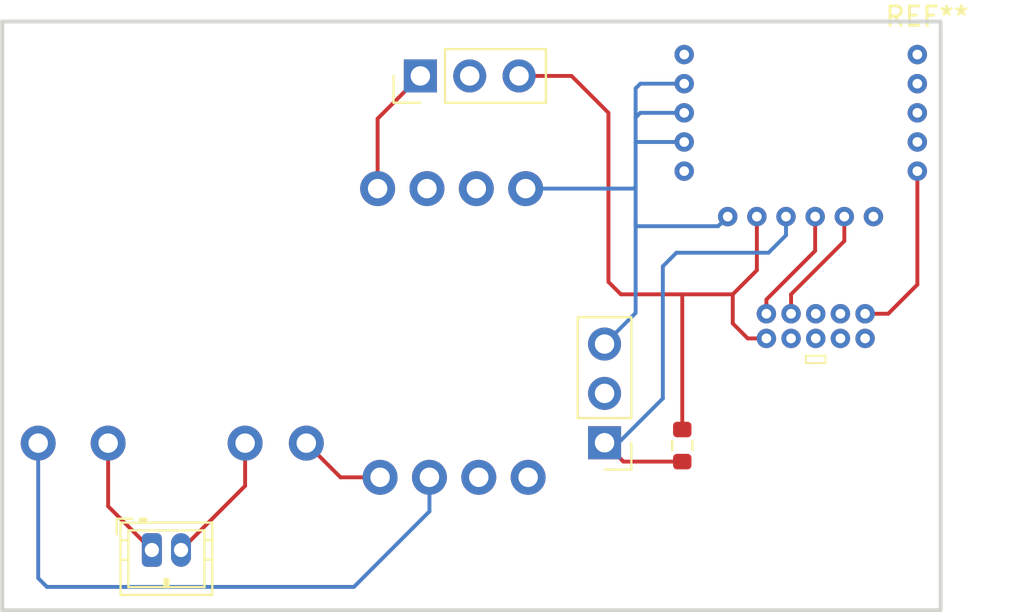
<source format=kicad_pcb>
(kicad_pcb (version 20241229) (generator "pcbnew") (generator_version "9.0")
  (layers (0 "F.Cu" signal) (2 "B.Cu" signal) (13 "F.Paste" user) (15 "B.Paste" user) (5 "F.SilkS" user "F.Silkscreen") (7 "B.SilkS" user "B.Silkscreen") (1 "F.Mask" user) (3 "B.Mask" user) (25 "Edge.Cuts" user))
  (net 0 "")
  (footprint "00_footprint:JST_ZH_B2B-ZR_1x02_P1.50mm_Vertical" (layer "F.Cu") (at 63.7 56.7)
    (property "Reference" "REF**" (hide yes))
    (property "Value" "JST_ZH_B2B-ZR_1x02_P1.50mm_Vertical" (hide yes))
    (fp_line (start -1.81 -1.61) (end -1.81 -0.81) (stroke (width 0.12)) (layer "F.SilkS"))
    (fp_line (start -1.61 -1.41) (end -1.61 2.31) (stroke (width 0.12)) (layer "F.SilkS"))
    (fp_line (start -1.61 -0.5) (end -1.21 -0.5) (stroke (width 0.12)) (layer "F.SilkS"))
    (fp_line (start -1.61 0.5) (end -1.21 0.5) (stroke (width 0.12)) (layer "F.SilkS"))
    (fp_line (start -1.61 2.31) (end 3.11 2.31) (stroke (width 0.12)) (layer "F.SilkS"))
    (fp_line (start -1.21 -1.01) (end -1.21 1.91) (stroke (width 0.12)) (layer "F.SilkS"))
    (fp_line (start -1.21 1.91) (end 2.71 1.91) (stroke (width 0.12)) (layer "F.SilkS"))
    (fp_line (start -1.01 -1.61) (end -1.81 -1.61) (stroke (width 0.12)) (layer "F.SilkS"))
    (fp_line (start -0.6 -1.61) (end -0.6 -1.41) (stroke (width 0.12)) (layer "F.SilkS"))
    (fp_line (start -0.3 -1.61) (end -0.6 -1.61) (stroke (width 0.12)) (layer "F.SilkS"))
    (fp_line (start -0.3 -1.51) (end -0.6 -1.51) (stroke (width 0.12)) (layer "F.SilkS"))
    (fp_line (start -0.3 -1.41) (end -0.3 -1.61) (stroke (width 0.12)) (layer "F.SilkS"))
    (fp_line (start 0.65 1.51) (end 0.85 1.51) (stroke (width 0.12)) (layer "F.SilkS"))
    (fp_line (start 0.65 1.91) (end 0.65 1.51) (stroke (width 0.12)) (layer "F.SilkS"))
    (fp_line (start 0.75 1.91) (end 0.75 1.51) (stroke (width 0.12)) (layer "F.SilkS"))
    (fp_line (start 0.85 1.51) (end 0.85 1.91) (stroke (width 0.12)) (layer "F.SilkS"))
    (fp_line (start 2.71 -1.01) (end -1.21 -1.01) (stroke (width 0.12)) (layer "F.SilkS"))
    (fp_line (start 2.71 1.91) (end 2.71 -1.01) (stroke (width 0.12)) (layer "F.SilkS"))
    (fp_line (start 3.11 -1.41) (end -1.61 -1.41) (stroke (width 0.12)) (layer "F.SilkS"))
    (fp_line (start 3.11 -0.5) (end 2.71 -0.5) (stroke (width 0.12)) (layer "F.SilkS"))
    (fp_line (start 3.11 0.5) (end 2.71 0.5) (stroke (width 0.12)) (layer "F.SilkS"))
    (fp_line (start 3.11 2.31) (end 3.11 -1.41) (stroke (width 0.12)) (layer "F.SilkS"))
    (pad "1" thru_hole roundrect (at 0 0) (size 1.03 1.73) (drill 0.73) (layers "*.Cu" "*.Mask") (roundrect_rratio 0.242718))
    (pad "2" thru_hole oval (at 1.5 0) (size 1.03 1.73) (drill 0.73) (layers "*.Cu" "*.Mask"))
  )
  (footprint "00_footprint:SW_SLIDE_2.54mm_SS_12D01G3" (layer "F.Cu") (at 77.52 32.3 90)
    (property "Reference" "REF**" (hide yes))
    (property "Value" "SW_SLIDE_2.54mm_SS_12D01G3" (hide yes))
    (fp_line (start -1.38 -1.38) (end 0 -1.38) (stroke (width 0.12)) (layer "F.SilkS"))
    (fp_line (start -1.38 0) (end -1.38 -1.38) (stroke (width 0.12)) (layer "F.SilkS"))
    (fp_line (start 1.38 1.27) (end 1.38 6.46) (stroke (width 0.12)) (layer "F.SilkS"))
    (fp_line (start -1.38 1.27) (end 1.38 1.27) (stroke (width 0.12)) (layer "F.SilkS"))
    (fp_line (start -1.38 1.27) (end -1.38 6.46) (stroke (width 0.12)) (layer "F.SilkS"))
    (fp_line (start -1.38 6.46) (end 1.38 6.46) (stroke (width 0.12)) (layer "F.SilkS"))
    (pad "1" thru_hole rect (at 0 0 90) (size 1.7 1.7) (drill 1) (layers "*.Cu" "*.Mask"))
    (pad "2" thru_hole circle (at 0 2.54 90) (size 1.7 1.7) (drill 1) (layers "*.Cu" "*.Mask"))
    (pad "3" thru_hole circle (at 0 5.08 90) (size 1.7 1.7) (drill 1) (layers "*.Cu" "*.Mask"))
  )
  (footprint "Resistor_SMD:R_0603_1608Metric" (layer "F.Cu") (at 91 51.325 -90)
    (property "Reference" "REF**" (hide yes))
    (property "Value" "R_0603_1608Metric" (hide yes))
    (fp_line (start -0.237258 0.5225) (end 0.237258 0.5225) (stroke (width 0.12)) (layer "F.SilkS"))
    (fp_line (start -0.237258 -0.5225) (end 0.237258 -0.5225) (stroke (width 0.12)) (layer "F.SilkS"))
    (pad "1" smd roundrect (at -0.825 0 270) (size 0.8 0.95) (layers "F.Cu" "F.Mask" "F.Paste"))
    (pad "2" smd roundrect (at 0.825 0 270) (size 0.8 0.95) (layers "F.Cu" "F.Mask" "F.Paste"))
  )
  (footprint "00_footprint:SW_SLIDE_2.54mm_SS_12D01G3" (layer "F.Cu") (at 87 51.18 180)
    (property "Reference" "REF**" (hide yes))
    (property "Value" "SW_SLIDE_2.54mm_SS_12D01G3" (hide yes))
    (fp_line (start 1.38 1.27) (end 1.38 6.46) (stroke (width 0.12)) (layer "F.SilkS"))
    (fp_line (start -1.38 6.46) (end 1.38 6.46) (stroke (width 0.12)) (layer "F.SilkS"))
    (fp_line (start -1.38 1.27) (end 1.38 1.27) (stroke (width 0.12)) (layer "F.SilkS"))
    (fp_line (start -1.38 1.27) (end -1.38 6.46) (stroke (width 0.12)) (layer "F.SilkS"))
    (fp_line (start -1.38 0) (end -1.38 -1.38) (stroke (width 0.12)) (layer "F.SilkS"))
    (fp_line (start -1.38 -1.38) (end 0 -1.38) (stroke (width 0.12)) (layer "F.SilkS"))
    (pad "1" thru_hole rect (at 0 0 180) (size 1.7 1.7) (drill 1) (layers "*.Cu" "*.Mask"))
    (pad "2" thru_hole circle (at 0 2.54 180) (size 1.7 1.7) (drill 1) (layers "*.Cu" "*.Mask"))
    (pad "3" thru_hole circle (at 0 5.08 180) (size 1.7 1.7) (drill 1) (layers "*.Cu" "*.Mask"))
  )
  (footprint "00_footprint:arm_swd_2x5_jtag_connector" (layer "F.Cu") (at 97.87 45.81 180)
    (property "Reference" "REF**" (hide yes))
    (property "Value" "arm_swd_2x5_jtag_connector" (hide yes))
    (fp_rect (start -0.508 -1.27) (end 0.508 -0.889) (stroke (width 0.1)) (fill no) (layer "F.SilkS"))
    (pad "1" thru_hole circle (at 2.54 0 270) (size 1 1) (drill 0.5) (layers "*.Cu" "*.Mask"))
    (pad "2" thru_hole circle (at 2.54 1.27 270) (size 1 1) (drill 0.5) (layers "*.Cu" "*.Mask"))
    (pad "3" thru_hole circle (at 1.27 0 270) (size 1 1) (drill 0.5) (layers "*.Cu" "*.Mask"))
    (pad "4" thru_hole circle (at 1.27 1.27 270) (size 1 1) (drill 0.5) (layers "*.Cu" "*.Mask"))
    (pad "5" thru_hole circle (at 0 0 270) (size 1 1) (drill 0.5) (layers "*.Cu" "*.Mask"))
    (pad "6" thru_hole circle (at 0 1.27 270) (size 1 1) (drill 0.5) (layers "*.Cu" "*.Mask"))
    (pad "7" thru_hole circle (at -1.27 0 270) (size 1 1) (drill 0.5) (layers "*.Cu" "*.Mask"))
    (pad "8" thru_hole circle (at -1.27 1.27 270) (size 1 1) (drill 0.5) (layers "*.Cu" "*.Mask"))
    (pad "9" thru_hole circle (at -2.54 0 270) (size 1 1) (drill 0.5) (layers "*.Cu" "*.Mask"))
    (pad "10" thru_hole circle (at -2.54 1.27 270) (size 1 1) (drill 0.5) (layers "*.Cu" "*.Mask"))
  )
  (footprint "00_footprint:tps63000mod" (layer "F.Cu") (at 79.257 45.593 90)
    (property "Reference" "J?" (hide yes))
    (property "Value" "tps63000mod" (hide yes))
    (pad "1" thru_hole circle (at -7.366 -3.81 90) (size 1.8 1.8) (drill 1) (layers "*.Cu" "*.Mask"))
    (pad "2" thru_hole circle (at -7.366 -1.27 90) (size 1.8 1.8) (drill 1) (layers "*.Cu" "*.Mask"))
    (pad "3" thru_hole circle (at -7.366 1.27 90) (size 1.8 1.8) (drill 1) (layers "*.Cu" "*.Mask"))
    (pad "4" thru_hole circle (at -7.366 3.81 90) (size 1.8 1.8) (drill 1) (layers "*.Cu" "*.Mask"))
    (pad "5" thru_hole circle (at 7.493 -3.937 90) (size 1.8 1.8) (drill 1) (layers "*.Cu" "*.Mask"))
    (pad "6" thru_hole circle (at 7.493 -1.397 90) (size 1.8 1.8) (drill 1) (layers "*.Cu" "*.Mask"))
    (pad "7" thru_hole circle (at 7.493 1.143 90) (size 1.8 1.8) (drill 1) (layers "*.Cu" "*.Mask"))
    (pad "8" thru_hole circle (at 7.493 3.683 90) (size 1.8 1.8) (drill 1) (layers "*.Cu" "*.Mask"))
  )
  (footprint "00_footprint:TP4056_USB-C_Module" (layer "F.Cu") (at 64.4 42 -90)
    (property "Reference" "J?" (hide yes))
    (property "Value" "TP4056_USB-C_Module" (hide yes))
    (pad "1" thru_hole circle (at 9.2 -7.25 270) (size 1.8 1.8) (drill 1) (layers "*.Cu" "*.Mask"))
    (pad "2" thru_hole circle (at 9.2 -4.1 270) (size 1.8 1.8) (drill 1) (layers "*.Cu" "*.Mask"))
    (pad "3" thru_hole circle (at 9.2 2.95 270) (size 1.8 1.8) (drill 1) (layers "*.Cu" "*.Mask"))
    (pad "4" thru_hole circle (at 9.2 6.55 270) (size 1.8 1.8) (drill 1) (layers "*.Cu" "*.Mask"))
  )
  (footprint "00_footprint:DA14531mod" (layer "F.Cu") (at 97.1 34.54)
    (property "Reference" "REF**" (at 6.5 -5.3 0) (layer "F.SilkS"))
    (property "Value" "DA14531mod")
    (pad "J1" thru_hole circle (at -6 -3.34 90) (size 1 1) (drill 0.5) (layers "*.Cu" "*.Mask"))
    (pad "J2" thru_hole circle (at -6 -1.84 90) (size 1 1) (drill 0.5) (layers "*.Cu" "*.Mask"))
    (pad "J3" thru_hole circle (at -6 -0.34 90) (size 1 1) (drill 0.5) (layers "*.Cu" "*.Mask"))
    (pad "J4" thru_hole circle (at -6 1.16 90) (size 1 1) (drill 0.5) (layers "*.Cu" "*.Mask"))
    (pad "J5" thru_hole circle (at -6 2.66 90) (size 1 1) (drill 0.5) (layers "*.Cu" "*.Mask"))
    (pad "J6" thru_hole circle (at -3.76 5 90) (size 1 1) (drill 0.5) (layers "*.Cu" "*.Mask"))
    (pad "J7" thru_hole circle (at -2.26 5 90) (size 1 1) (drill 0.5) (layers "*.Cu" "*.Mask"))
    (pad "J8" thru_hole circle (at -0.76 5 90) (size 1 1) (drill 0.5) (layers "*.Cu" "*.Mask"))
    (pad "J9" thru_hole circle (at 0.74 5 90) (size 1 1) (drill 0.5) (layers "*.Cu" "*.Mask"))
    (pad "J10" thru_hole circle (at 2.24 5 90) (size 1 1) (drill 0.5) (layers "*.Cu" "*.Mask"))
    (pad "J11" thru_hole circle (at 3.74 5 90) (size 1 1) (drill 0.5) (layers "*.Cu" "*.Mask"))
    (pad "J12" thru_hole circle (at 6 2.66 90) (size 1 1) (drill 0.5) (layers "*.Cu" "*.Mask"))
    (pad "J13" thru_hole circle (at 6 1.16 90) (size 1 1) (drill 0.5) (layers "*.Cu" "*.Mask"))
    (pad "J14" thru_hole circle (at 6 -0.34 90) (size 1 1) (drill 0.5) (layers "*.Cu" "*.Mask"))
    (pad "J15" thru_hole circle (at 6 -1.84 90) (size 1 1) (drill 0.5) (layers "*.Cu" "*.Mask"))
    (pad "J16" thru_hole circle (at 6 -3.34 90) (size 1 1) (drill 0.5) (layers "*.Cu" "*.Mask"))
  )
  (gr_rect (start 56 29.5) (end 104.3 59.8) (stroke (width 0.2)) (fill no) (layer "Edge.Cuts"))
  (segment (start 91 43.54) (end 93.6 43.54) (width 0.2) (layer "F.Cu") (net 0))
  (segment (start 101.6 44.54) (end 103.1 43.04) (width 0.2) (layer "F.Cu") (net 0))
  (segment (start 75.32 34.5) (end 77.52 32.3) (width 0.2) (layer "F.Cu") (net 0))
  (segment (start 103.1 43.04) (end 103.1 37.2) (width 0.2) (layer "F.Cu") (net 0))
  (segment (start 87.2 34.2) (end 87.2 42.9) (width 0.2) (layer "F.Cu") (net 0))
  (segment (start 91 50.5) (end 91 43.54) (width 0.2) (layer "F.Cu") (net 0))
  (segment (start 68.5 53.4) (end 65.2 56.7) (width 0.2) (layer "F.Cu") (net 0))
  (segment (start 75.32 38.1) (end 75.32 34.5) (width 0.2) (layer "F.Cu") (net 0))
  (segment (start 97.84 41.3) (end 97.84 39.54) (width 0.2) (layer "F.Cu") (net 0))
  (segment (start 93.6 43.54) (end 94.84 42.3) (width 0.2) (layer "F.Cu") (net 0))
  (segment (start 91 52.15) (end 87.97 52.15) (width 0.2) (layer "F.Cu") (net 0))
  (segment (start 95.33 44.54) (end 95.33 43.81) (width 0.2) (layer "F.Cu") (net 0))
  (segment (start 96.6 44.54) (end 96.6 43.54) (width 0.2) (layer "F.Cu") (net 0))
  (segment (start 99.34 40.8) (end 99.34 39.54) (width 0.2) (layer "F.Cu") (net 0))
  (segment (start 96.6 43.54) (end 99.34 40.8) (width 0.2) (layer "F.Cu") (net 0))
  (segment (start 68.5 51.2) (end 68.5 53.4) (width 0.2) (layer "F.Cu") (net 0))
  (segment (start 94.37 45.81) (end 93.6 45.04) (width 0.2) (layer "F.Cu") (net 0))
  (segment (start 95.33 45.81) (end 94.37 45.81) (width 0.2) (layer "F.Cu") (net 0))
  (segment (start 87.97 52.15) (end 87 51.18) (width 0.2) (layer "F.Cu") (net 0))
  (segment (start 100.41 44.54) (end 101.6 44.54) (width 0.2) (layer "F.Cu") (net 0))
  (segment (start 93.6 45.04) (end 93.6 43.54) (width 0.2) (layer "F.Cu") (net 0))
  (segment (start 82.6 32.3) (end 85.3 32.3) (width 0.2) (layer "F.Cu") (net 0))
  (segment (start 61.45 54.45) (end 63.7 56.7) (width 0.2) (layer "F.Cu") (net 0))
  (segment (start 94.84 42.3) (end 94.84 39.54) (width 0.2) (layer "F.Cu") (net 0))
  (segment (start 87.2 42.9) (end 87.84 43.54) (width 0.2) (layer "F.Cu") (net 0))
  (segment (start 73.409 52.959) (end 75.447 52.959) (width 0.2) (layer "F.Cu") (net 0))
  (segment (start 87.84 43.54) (end 91 43.54) (width 0.2) (layer "F.Cu") (net 0))
  (segment (start 61.45 51.2) (end 61.45 54.45) (width 0.2) (layer "F.Cu") (net 0))
  (segment (start 95.33 43.81) (end 97.84 41.3) (width 0.2) (layer "F.Cu") (net 0))
  (segment (start 71.65 51.2) (end 73.409 52.959) (width 0.2) (layer "F.Cu") (net 0))
  (segment (start 85.3 32.3) (end 87.2 34.2) (width 0.2) (layer "F.Cu") (net 0))
  (segment (start 87 46.1) (end 88.6 44.5) (width 0.2) (layer "B.Cu") (net 0))
  (segment (start 57.85 58.15) (end 58.3 58.6) (width 0.2) (layer "B.Cu") (net 0))
  (segment (start 88.6 38) (end 88.6 35.74) (width 0.2) (layer "B.Cu") (net 0))
  (segment (start 95.44 41.4) (end 96.34 40.5) (width 0.2) (layer "B.Cu") (net 0))
  (segment (start 88.6 34.04) (end 88.6 32.94) (width 0.2) (layer "B.Cu") (net 0))
  (segment (start 87.72 51.18) (end 90 48.9) (width 0.2) (layer "B.Cu") (net 0))
  (segment (start 88.64 35.7) (end 91.1 35.7) (width 0.2) (layer "B.Cu") (net 0))
  (segment (start 96.34 40.5) (end 96.34 39.54) (width 0.2) (layer "B.Cu") (net 0))
  (segment (start 88.6 34.44) (end 88.6 34.04) (width 0.2) (layer "B.Cu") (net 0))
  (segment (start 87 51.18) (end 87.72 51.18) (width 0.2) (layer "B.Cu") (net 0))
  (segment (start 88.84 32.7) (end 91.1 32.7) (width 0.2) (layer "B.Cu") (net 0))
  (segment (start 58.3 58.6) (end 74.1 58.6) (width 0.2) (layer "B.Cu") (net 0))
  (segment (start 77.987 54.713) (end 77.987 52.959) (width 0.2) (layer "B.Cu") (net 0))
  (segment (start 90.7 41.4) (end 95.44 41.4) (width 0.2) (layer "B.Cu") (net 0))
  (segment (start 57.85 51.2) (end 57.85 58.15) (width 0.2) (layer "B.Cu") (net 0))
  (segment (start 88.6 40.033) (end 92.847 40.033) (width 0.2) (layer "B.Cu") (net 0))
  (segment (start 88.6 40.033) (end 88.6 39.7) (width 0.2) (layer "B.Cu") (net 0))
  (segment (start 88.6 34.44) (end 88.84 34.2) (width 0.2) (layer "B.Cu") (net 0))
  (segment (start 88.6 32.94) (end 88.84 32.7) (width 0.2) (layer "B.Cu") (net 0))
  (segment (start 88.6 44.5) (end 88.6 39.7) (width 0.2) (layer "B.Cu") (net 0))
  (segment (start 90 42.1) (end 90.7 41.4) (width 0.2) (layer "B.Cu") (net 0))
  (segment (start 88.5 38.1) (end 88.6 38) (width 0.2) (layer "B.Cu") (net 0))
  (segment (start 92.847 40.033) (end 93.34 39.54) (width 0.2) (layer "B.Cu") (net 0))
  (segment (start 88.84 34.2) (end 91.1 34.2) (width 0.2) (layer "B.Cu") (net 0))
  (segment (start 74.1 58.6) (end 77.987 54.713) (width 0.2) (layer "B.Cu") (net 0))
  (segment (start 88.6 35.74) (end 88.6 35.54) (width 0.2) (layer "B.Cu") (net 0))
  (segment (start 88.6 35.54) (end 88.6 34.44) (width 0.2) (layer "B.Cu") (net 0))
  (segment (start 82.94 38.1) (end 88.5 38.1) (width 0.2) (layer "B.Cu") (net 0))
  (segment (start 88.6 35.74) (end 88.64 35.7) (width 0.2) (layer "B.Cu") (net 0))
  (segment (start 88.6 39.7) (end 88.6 38) (width 0.2) (layer "B.Cu") (net 0))
  (segment (start 90 48.9) (end 90 42.1) (width 0.2) (layer "B.Cu") (net 0))
)
</source>
